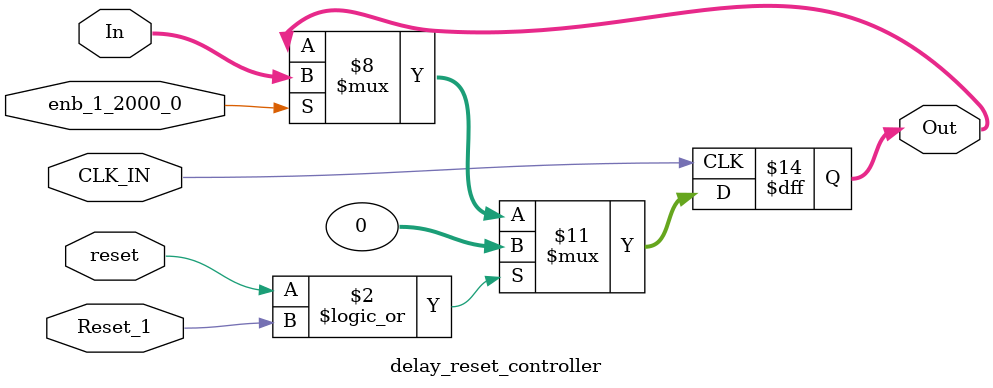
<source format=v>

module delay_reset_controller (
    input CLK_IN,
    input reset,
    input enb_1_2000_0,
    input Reset_1,
    input signed [31:0] In,
    output reg signed [31:0] Out
);

    reg signed [31:0] In_Delay_out1;  // sfix32_En27

    always @(posedge CLK_IN) begin
        if (reset || Reset_1) begin
            Out <= 0;
        end else if (enb_1_2000_0) begin
            Out <= In;
        end
    end

    always @(posedge CLK_IN) begin
        if (reset || Reset_1) begin
            In_Delay_out1 <= 0;
        end else begin
            In_Delay_out1 <= Out;
        end
    end

endmodule
</source>
